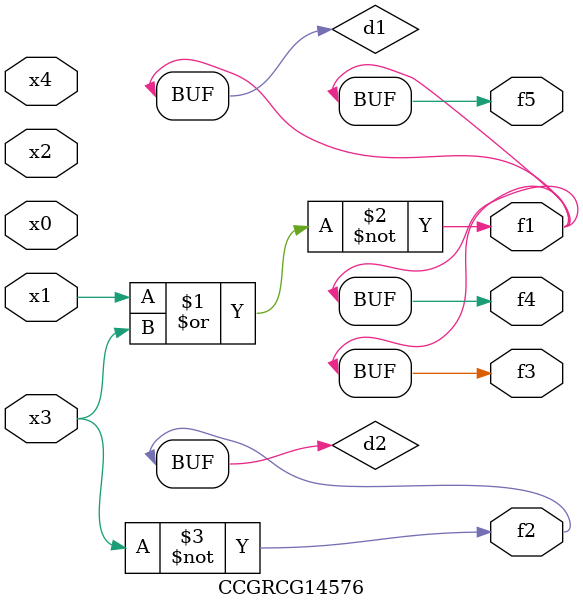
<source format=v>
module CCGRCG14576(
	input x0, x1, x2, x3, x4,
	output f1, f2, f3, f4, f5
);

	wire d1, d2;

	nor (d1, x1, x3);
	not (d2, x3);
	assign f1 = d1;
	assign f2 = d2;
	assign f3 = d1;
	assign f4 = d1;
	assign f5 = d1;
endmodule

</source>
